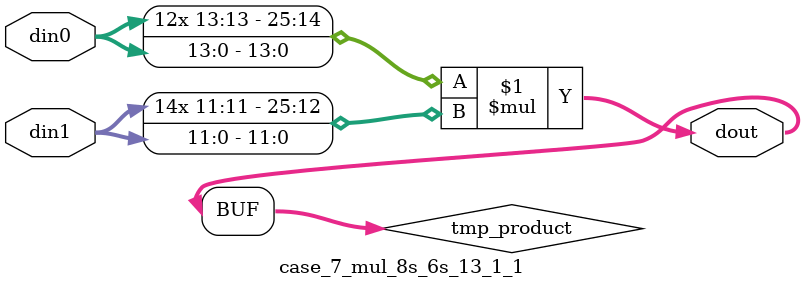
<source format=v>

`timescale 1 ns / 1 ps

 module case_7_mul_8s_6s_13_1_1(din0, din1, dout);
parameter ID = 1;
parameter NUM_STAGE = 0;
parameter din0_WIDTH = 14;
parameter din1_WIDTH = 12;
parameter dout_WIDTH = 26;

input [din0_WIDTH - 1 : 0] din0; 
input [din1_WIDTH - 1 : 0] din1; 
output [dout_WIDTH - 1 : 0] dout;

wire signed [dout_WIDTH - 1 : 0] tmp_product;



























assign tmp_product = $signed(din0) * $signed(din1);








assign dout = tmp_product;





















endmodule

</source>
